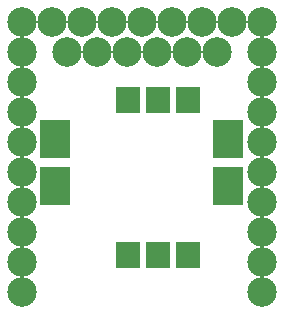
<source format=gbr>
G04 #@! TF.FileFunction,Soldermask,Bot*
%FSLAX46Y46*%
G04 Gerber Fmt 4.6, Leading zero omitted, Abs format (unit mm)*
G04 Created by KiCad (PCBNEW 4.0.6) date 04/09/19 16:20:27*
%MOMM*%
%LPD*%
G01*
G04 APERTURE LIST*
%ADD10C,0.100000*%
%ADD11R,2.000000X2.200000*%
%ADD12R,2.600000X3.200000*%
%ADD13C,2.500000*%
G04 APERTURE END LIST*
D10*
D11*
X155311000Y-71925000D03*
X152771000Y-71925000D03*
X150231000Y-71925000D03*
X155311000Y-85025000D03*
X152771000Y-85025000D03*
X150231000Y-85025000D03*
D12*
X158761000Y-75225000D03*
X158761000Y-79225000D03*
X144061000Y-79225000D03*
X144061000Y-75225000D03*
D13*
X157761000Y-67845000D03*
X155221000Y-67845000D03*
X152681000Y-67845000D03*
X150141000Y-67845000D03*
X147601000Y-67845000D03*
X145061000Y-67845000D03*
X161571000Y-67845000D03*
X161571000Y-70385000D03*
X161571000Y-72925000D03*
X161571000Y-75465000D03*
X161571000Y-78005000D03*
X161571000Y-80545000D03*
X161571000Y-83085000D03*
X161571000Y-85625000D03*
X161571000Y-88165000D03*
X161571000Y-65305000D03*
X159031000Y-65305000D03*
X156491000Y-65305000D03*
X153951000Y-65305000D03*
X151411000Y-65305000D03*
X148871000Y-65305000D03*
X146331000Y-65305000D03*
X143791000Y-65305000D03*
X141251000Y-65305000D03*
X141251000Y-67845000D03*
X141251000Y-70385000D03*
X141251000Y-72925000D03*
X141251000Y-75465000D03*
X141251000Y-78005000D03*
X141251000Y-80545000D03*
X141251000Y-83085000D03*
X141251000Y-85625000D03*
X141251000Y-88165000D03*
M02*

</source>
